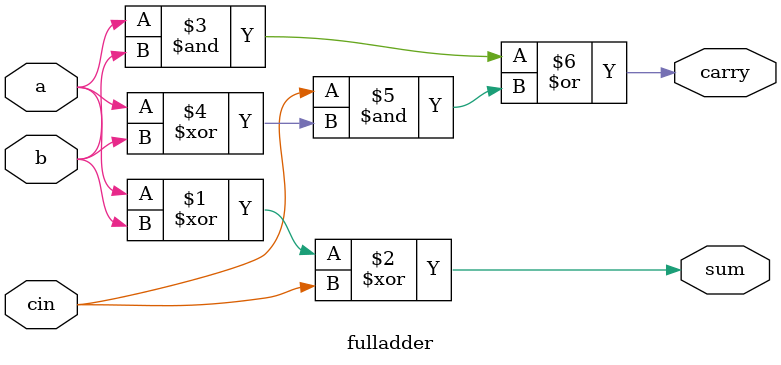
<source format=v>
`timescale 1ns / 1ps


module fulladder(
    input a,b,cin,
    output sum,carry
    );
   assign sum = a^b^cin;
   assign carry = (a&b)|(cin&(a^b));
   endmodule

</source>
